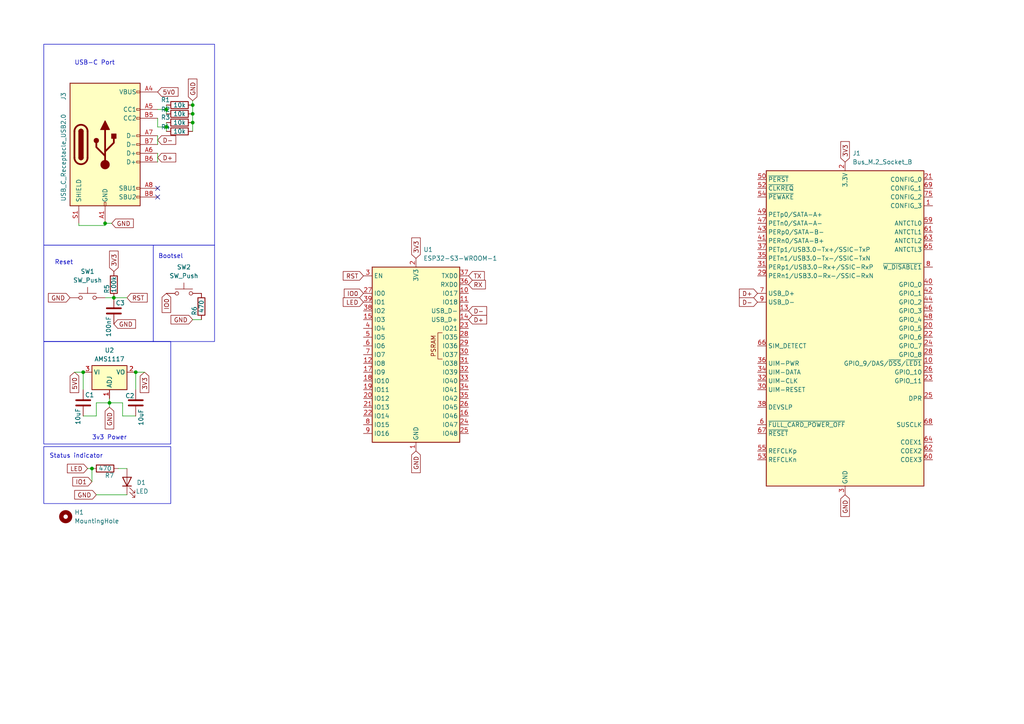
<source format=kicad_sch>
(kicad_sch (version 20250114) (generator "eeschema") (generator_version "9.0")
  (paper "A4")
  (title_block (title "3042 NGFF ESP32-S3 Module") (date "2025-03-16"))
  (lib_symbols
    (symbol "Connector:Bus_M.2_Socket_B"
      (property "Reference" "J" (at -22.86 46.99 0))
      (property "Value" "Bus_M.2_Socket_B" (at 16.51 46.99 0))
      (symbol "Bus_M.2_Socket_B_0_1"
        (rectangle (start -22.86 45.72) (end 22.86 -45.72) (stroke (width 0.254)) (fill (type background)))
      )
      (symbol "Bus_M.2_Socket_B_1_1"
        (pin output line (at -25.4 43.18 0) (length 2.54) (name "~{PERST}") (number "50"))
        (pin bidirectional line (at -25.4 40.64 0) (length 2.54) (name "~{CLKREQ}") (number "52"))
        (pin bidirectional line (at -25.4 38.1 0) (length 2.54) (name "~{PEWAKE}") (number "54"))
        (pin output line (at -25.4 33.02 0) (length 2.54) (name "PETp0/SATA-A+") (number "49"))
        (pin output line (at -25.4 30.48 0) (length 2.54) (name "PETn0/SATA-A-") (number "47"))
        (pin input line (at -25.4 27.94 0) (length 2.54) (name "PERp0/SATA-B-") (number "43"))
        (pin input line (at -25.4 25.4 0) (length 2.54) (name "PERn0/SATA-B+") (number "41"))
        (pin output line (at -25.4 22.86 0) (length 2.54) (name "PETp1/USB3.0-Tx+/SSIC-TxP") (number "37"))
        (pin output line (at -25.4 20.32 0) (length 2.54) (name "PETn1/USB3.0-Tx-/SSIC-TxN") (number "35"))
        (pin input line (at -25.4 17.78 0) (length 2.54) (name "PERp1/USB3.0-Rx+/SSIC-RxP") (number "31"))
        (pin input line (at -25.4 15.24 0) (length 2.54) (name "PERn1/USB3.0-Rx-/SSIC-RxN") (number "29"))
        (pin bidirectional line (at -25.4 10.16 0) (length 2.54) (name "USB_D+") (number "7"))
        (pin bidirectional line (at -25.4 7.62 0) (length 2.54) (name "USB_D-") (number "9"))
        (pin output line (at -25.4 -5.08 0) (length 2.54) (name "SIM_DETECT") (number "66"))
        (pin input line (at -25.4 -10.16 0) (length 2.54) (name "UIM-PWR") (number "36"))
        (pin bidirectional line (at -25.4 -12.7 0) (length 2.54) (name "UIM-DATA") (number "34"))
        (pin input line (at -25.4 -15.24 0) (length 2.54) (name "UIM-CLK") (number "32"))
        (pin input line (at -25.4 -17.78 0) (length 2.54) (name "UIM-RESET") (number "30"))
        (pin output line (at -25.4 -22.86 0) (length 2.54) (name "DEVSLP") (number "38"))
        (pin output line (at -25.4 -27.94 0) (length 2.54) (name "~{FULL_CARD_POWER_OFF}") (number "6"))
        (pin output line (at -25.4 -30.48 0) (length 2.54) (name "~{RESET}") (number "67"))
        (pin output line (at -25.4 -35.56 0) (length 2.54) (name "REFCLKp") (number "55"))
        (pin output line (at -25.4 -38.1 0) (length 2.54) (name "REFCLKn") (number "53"))
        (pin power_in line (at 0 48.26 270) (length 2.54) (name "3.3V") (number "2"))
        (pin passive line (at 0 48.26 270) (length 2.54) (hide yes) (name "3.3V") (number "4"))
        (pin passive line (at 0 48.26 270) (length 2.54) (hide yes) (name "3.3V") (number "70"))
        (pin passive line (at 0 48.26 270) (length 2.54) (hide yes) (name "3.3V") (number "72"))
        (pin passive line (at 0 48.26 270) (length 2.54) (hide yes) (name "3.3V") (number "74"))
        (pin passive line (at 0 -48.26 90) (length 2.54) (hide yes) (name "GND") (number "11"))
        (pin passive line (at 0 -48.26 90) (length 2.54) (hide yes) (name "GND") (number "27"))
        (pin power_in line (at 0 -48.26 90) (length 2.54) (name "GND") (number "3"))
        (pin passive line (at 0 -48.26 90) (length 2.54) (hide yes) (name "GND") (number "33"))
        (pin passive line (at 0 -48.26 90) (length 2.54) (hide yes) (name "GND") (number "39"))
        (pin passive line (at 0 -48.26 90) (length 2.54) (hide yes) (name "GND") (number "45"))
        (pin passive line (at 0 -48.26 90) (length 2.54) (hide yes) (name "GND") (number "5"))
        (pin passive line (at 0 -48.26 90) (length 2.54) (hide yes) (name "GND") (number "51"))
        (pin passive line (at 0 -48.26 90) (length 2.54) (hide yes) (name "GND") (number "57"))
        (pin passive line (at 0 -48.26 90) (length 2.54) (hide yes) (name "GND") (number "71"))
        (pin passive line (at 0 -48.26 90) (length 2.54) (hide yes) (name "GND") (number "73"))
        (pin no_connect line (at 22.86 -40.64 180) (length 2.54) (hide yes) (name "NC") (number "58"))
        (pin no_connect line (at 22.86 -43.18 180) (length 2.54) (hide yes) (name "NC") (number "56"))
        (pin input line (at 25.4 43.18 180) (length 2.54) (name "CONFIG_0") (number "21"))
        (pin input line (at 25.4 40.64 180) (length 2.54) (name "CONFIG_1") (number "69"))
        (pin input line (at 25.4 38.1 180) (length 2.54) (name "CONFIG_2") (number "75"))
        (pin input line (at 25.4 35.56 180) (length 2.54) (name "CONFIG_3") (number "1"))
        (pin input line (at 25.4 30.48 180) (length 2.54) (name "ANTCTL0") (number "59"))
        (pin input line (at 25.4 27.94 180) (length 2.54) (name "ANTCTL1") (number "61"))
        (pin input line (at 25.4 25.4 180) (length 2.54) (name "ANTCTL2") (number "63"))
        (pin input line (at 25.4 22.86 180) (length 2.54) (name "ANTCTL3") (number "65"))
        (pin output line (at 25.4 17.78 180) (length 2.54) (name "~{W_DISABLE1}") (number "8"))
        (pin bidirectional line (at 25.4 12.7 180) (length 2.54) (name "GPIO_0") (number "40"))
        (pin bidirectional line (at 25.4 10.16 180) (length 2.54) (name "GPIO_1") (number "42"))
        (pin bidirectional line (at 25.4 7.62 180) (length 2.54) (name "GPIO_2") (number "44"))
        (pin bidirectional line (at 25.4 5.08 180) (length 2.54) (name "GPIO_3") (number "46"))
        (pin bidirectional line (at 25.4 2.54 180) (length 2.54) (name "GPIO_4") (number "48"))
        (pin bidirectional line (at 25.4 0 180) (length 2.54) (name "GPIO_5") (number "20"))
        (pin bidirectional line (at 25.4 -2.54 180) (length 2.54) (name "GPIO_6") (number "22"))
        (pin bidirectional line (at 25.4 -5.08 180) (length 2.54) (name "GPIO_7") (number "24"))
        (pin bidirectional line (at 25.4 -7.62 180) (length 2.54) (name "GPIO_8") (number "28"))
        (pin bidirectional line (at 25.4 -10.16 180) (length 2.54) (name "GPIO_9/DAS/~{DSS}/~{LED1}") (number "10"))
        (pin bidirectional line (at 25.4 -12.7 180) (length 2.54) (name "GPIO_10") (number "26"))
        (pin bidirectional line (at 25.4 -15.24 180) (length 2.54) (name "GPIO_11") (number "23"))
        (pin output line (at 25.4 -20.32 180) (length 2.54) (name "DPR") (number "25"))
        (pin output line (at 25.4 -27.94 180) (length 2.54) (name "SUSCLK") (number "68"))
        (pin bidirectional line (at 25.4 -33.02 180) (length 2.54) (name "COEX1") (number "64"))
        (pin bidirectional line (at 25.4 -35.56 180) (length 2.54) (name "COEX2") (number "62"))
        (pin bidirectional line (at 25.4 -38.1 180) (length 2.54) (name "COEX3") (number "60"))
      )
    )
    (symbol "Connector:USB_C_Receptacle_USB2.0" (pin_names (offset 1.016))
      (property "Reference" "J" (at -10.16 19.05 0))
      (property "Value" "USB_C_Receptacle_USB2.0" (at 19.05 19.05 0))
      (symbol "USB_C_Receptacle_USB2.0_0_0"
        (rectangle (start -0.254 -17.78) (end 0.254 -16.764))
        (rectangle (start 10.16 15.494) (end 9.144 14.986))
        (rectangle (start 10.16 10.414) (end 9.144 9.906))
        (rectangle (start 10.16 7.874) (end 9.144 7.366))
        (rectangle (start 10.16 2.794) (end 9.144 2.286))
        (rectangle (start 10.16 0.254) (end 9.144 -0.254))
        (rectangle (start 10.16 -2.286) (end 9.144 -2.794))
        (rectangle (start 10.16 -4.826) (end 9.144 -5.334))
        (rectangle (start 10.16 -12.446) (end 9.144 -12.954))
        (rectangle (start 10.16 -14.986) (end 9.144 -15.494))
      )
      (symbol "USB_C_Receptacle_USB2.0_0_1"
        (rectangle (start -10.16 17.78) (end 10.16 -17.78) (stroke (width 0.254)) (fill (type background)))
        (polyline (pts (xy -8.89 -3.81) (xy -8.89 3.81)) (stroke (width 0.508)))
        (rectangle (start -7.62 -3.81) (end -6.35 3.81) (stroke (width 0.254)) (fill (type outline)))
        (arc (start -7.62 3.81) (mid -6.985 4.4423) (end -6.35 3.81) (stroke (width 0.254)))
        (arc (start -7.62 3.81) (mid -6.985 4.4423) (end -6.35 3.81) (stroke (width 0.254)) (fill (type outline)))
        (arc (start -8.89 3.81) (mid -6.985 5.7067) (end -5.08 3.81) (stroke (width 0.508)))
        (arc (start -5.08 -3.81) (mid -6.985 -5.7067) (end -8.89 -3.81) (stroke (width 0.508)))
        (arc (start -6.35 -3.81) (mid -6.985 -4.4423) (end -7.62 -3.81) (stroke (width 0.254)))
        (arc (start -6.35 -3.81) (mid -6.985 -4.4423) (end -7.62 -3.81) (stroke (width 0.254)) (fill (type outline)))
        (polyline (pts (xy -5.08 3.81) (xy -5.08 -3.81)) (stroke (width 0.508)))
        (circle (center -2.54 1.143) (radius 0.635) (stroke (width 0.254)) (fill (type outline)))
        (polyline (pts (xy -1.27 4.318) (xy 0 6.858) (xy 1.27 4.318) (xy -1.27 4.318)) (stroke (width 0.254)) (fill (type outline)))
        (polyline (pts (xy 0 -2.032) (xy 2.54 0.508) (xy 2.54 1.778)) (stroke (width 0.508)))
        (polyline (pts (xy 0 -3.302) (xy -2.54 -0.762) (xy -2.54 0.508)) (stroke (width 0.508)))
        (polyline (pts (xy 0 -5.842) (xy 0 4.318)) (stroke (width 0.508)))
        (circle (center 0 -5.842) (radius 1.27) (fill (type outline)))
        (rectangle (start 1.905 1.778) (end 3.175 3.048) (stroke (width 0.254)) (fill (type outline)))
      )
      (symbol "USB_C_Receptacle_USB2.0_1_1"
        (pin passive line (at -7.62 -22.86 90) (length 5.08) (name "SHIELD") (number "S1"))
        (pin passive line (at 0 -22.86 90) (length 5.08) (name "GND") (number "A1"))
        (pin passive line (at 0 -22.86 90) (length 5.08) (hide yes) (name "GND") (number "A12"))
        (pin passive line (at 0 -22.86 90) (length 5.08) (hide yes) (name "GND") (number "B1"))
        (pin passive line (at 0 -22.86 90) (length 5.08) (hide yes) (name "GND") (number "B12"))
        (pin passive line (at 15.24 15.24 180) (length 5.08) (name "VBUS") (number "A4"))
        (pin passive line (at 15.24 15.24 180) (length 5.08) (hide yes) (name "VBUS") (number "A9"))
        (pin passive line (at 15.24 15.24 180) (length 5.08) (hide yes) (name "VBUS") (number "B4"))
        (pin passive line (at 15.24 15.24 180) (length 5.08) (hide yes) (name "VBUS") (number "B9"))
        (pin bidirectional line (at 15.24 10.16 180) (length 5.08) (name "CC1") (number "A5"))
        (pin bidirectional line (at 15.24 7.62 180) (length 5.08) (name "CC2") (number "B5"))
        (pin bidirectional line (at 15.24 2.54 180) (length 5.08) (name "D-") (number "A7"))
        (pin bidirectional line (at 15.24 0 180) (length 5.08) (name "D-") (number "B7"))
        (pin bidirectional line (at 15.24 -2.54 180) (length 5.08) (name "D+") (number "A6"))
        (pin bidirectional line (at 15.24 -5.08 180) (length 5.08) (name "D+") (number "B6"))
        (pin bidirectional line (at 15.24 -12.7 180) (length 5.08) (name "SBU1") (number "A8"))
        (pin bidirectional line (at 15.24 -15.24 180) (length 5.08) (name "SBU2") (number "B8"))
      )
    )
    (symbol "Device:C" (pin_numbers (hide yes)) (pin_names (offset 0.254))
      (property "Reference" "C" (at 0.635 2.54 0))
      (property "Value" "C" (at 0.635 -2.54 0))
      (symbol "C_0_1"
        (polyline (pts (xy -2.032 0.762) (xy 2.032 0.762)) (stroke (width 0.508)))
        (polyline (pts (xy -2.032 -0.762) (xy 2.032 -0.762)) (stroke (width 0.508)))
      )
      (symbol "C_1_1"
        (pin passive line (at 0 3.81 270) (length 2.794) (name "~") (number "1"))
        (pin passive line (at 0 -3.81 90) (length 2.794) (name "~") (number "2"))
      )
    )
    (symbol "Device:LED" (pin_numbers (hide yes)) (pin_names (offset 1.016) (hide yes))
      (property "Reference" "D" (at 0 2.54 0))
      (property "Value" "LED" (at 0 -2.54 0))
      (symbol "LED_0_1"
        (polyline (pts (xy -3.048 -0.762) (xy -4.572 -2.286) (xy -3.81 -2.286) (xy -4.572 -2.286) (xy -4.572 -1.524)))
        (polyline (pts (xy -1.778 -0.762) (xy -3.302 -2.286) (xy -2.54 -2.286) (xy -3.302 -2.286) (xy -3.302 -1.524)))
        (polyline (pts (xy -1.27 0) (xy 1.27 0)))
        (polyline (pts (xy -1.27 -1.27) (xy -1.27 1.27)) (stroke (width 0.254)))
        (polyline (pts (xy 1.27 -1.27) (xy 1.27 1.27) (xy -1.27 0) (xy 1.27 -1.27)) (stroke (width 0.254)))
      )
      (symbol "LED_1_1"
        (pin passive line (at -3.81 0 0) (length 2.54) (name "K") (number "1"))
        (pin passive line (at 3.81 0 180) (length 2.54) (name "A") (number "2"))
      )
    )
    (symbol "Device:R" (pin_numbers (hide yes)) (pin_names (offset 0))
      (property "Reference" "R" (at 2.032 0 90))
      (property "Value" "R" (at 0 0 90))
      (symbol "R_0_1"
        (rectangle (start -1.016 -2.54) (end 1.016 2.54) (stroke (width 0.254)))
      )
      (symbol "R_1_1"
        (pin passive line (at 0 3.81 270) (length 1.27) (name "~") (number "1"))
        (pin passive line (at 0 -3.81 90) (length 1.27) (name "~") (number "2"))
      )
    )
    (symbol "Mechanical:MountingHole" (pin_names (offset 1.016)) (exclude_from_sim yes) (in_bom no)
      (property "Reference" "H" (at 0 5.08 0))
      (property "Value" "MountingHole" (at 0 3.175 0))
      (symbol "MountingHole_0_1"
        (circle (center 0 0) (radius 1.27) (stroke (width 1.27)))
      )
    )
    (symbol "RF_Module:ESP32-S3-WROOM-1"
      (property "Reference" "U1" (at 2.1433 30.48 0))
      (property "Value" "ESP32-S3-WROOM-1" (at 2.1433 27.94 0))
      (symbol "ESP32-S3-WROOM-1_0_0"
        (rectangle (start -12.7 25.4) (end 12.7 -25.4) (stroke (width 0.254)) (fill (type background)))
        (text "PSRAM" (at 5.08 2.54 900) (effects (font (size 1.27 1.27))))
      )
      (symbol "ESP32-S3-WROOM-1_0_1"
        (polyline (pts (xy 7.62 -1.27) (xy 6.35 -1.27) (xy 6.35 6.35) (xy 7.62 6.35)))
      )
      (symbol "ESP32-S3-WROOM-1_1_1"
        (pin input line (at -15.24 22.86 0) (length 2.54) (name "EN") (number "3"))
        (pin bidirectional line (at -15.24 17.78 0) (length 2.54) (name "IO0") (number "27"))
        (pin bidirectional line (at -15.24 15.24 0) (length 2.54) (name "IO1") (number "39"))
        (pin bidirectional line (at -15.24 12.7 0) (length 2.54) (name "IO2") (number "38"))
        (pin bidirectional line (at -15.24 10.16 0) (length 2.54) (name "IO3") (number "15"))
        (pin bidirectional line (at -15.24 7.62 0) (length 2.54) (name "IO4") (number "4"))
        (pin bidirectional line (at -15.24 5.08 0) (length 2.54) (name "IO5") (number "5"))
        (pin bidirectional line (at -15.24 2.54 0) (length 2.54) (name "IO6") (number "6"))
        (pin bidirectional line (at -15.24 0 0) (length 2.54) (name "IO7") (number "7"))
        (pin bidirectional line (at -15.24 -2.54 0) (length 2.54) (name "IO8") (number "12"))
        (pin bidirectional line (at -15.24 -5.08 0) (length 2.54) (name "IO9") (number "17"))
        (pin bidirectional line (at -15.24 -7.62 0) (length 2.54) (name "IO10") (number "18"))
        (pin bidirectional line (at -15.24 -10.16 0) (length 2.54) (name "IO11") (number "19"))
        (pin bidirectional line (at -15.24 -12.7 0) (length 2.54) (name "IO12") (number "20"))
        (pin bidirectional line (at -15.24 -15.24 0) (length 2.54) (name "IO13") (number "21"))
        (pin bidirectional line (at -15.24 -17.78 0) (length 2.54) (name "IO14") (number "22"))
        (pin bidirectional line (at -15.24 -20.32 0) (length 2.54) (name "IO15") (number "8"))
        (pin bidirectional line (at -15.24 -22.86 0) (length 2.54) (name "IO16") (number "9"))
        (pin power_in line (at 0 27.94 270) (length 2.54) (name "3V3") (number "2"))
        (pin power_in line (at 0 -27.94 90) (length 2.54) (name "GND") (number "1"))
        (pin passive line (at 0 -27.94 90) (length 2.54) (hide yes) (name "GND") (number "40"))
        (pin bidirectional line (at 15.24 22.86 180) (length 2.54) (name "TXD0") (number "37"))
        (pin bidirectional line (at 15.24 20.32 180) (length 2.54) (name "RXD0") (number "36"))
        (pin bidirectional line (at 15.24 17.78 180) (length 2.54) (name "IO17") (number "10"))
        (pin bidirectional line (at 15.24 15.24 180) (length 2.54) (name "IO18") (number "11"))
        (pin bidirectional line (at 15.24 12.7 180) (length 2.54) (name "USB_D-") (number "13"))
        (pin bidirectional line (at 15.24 10.16 180) (length 2.54) (name "USB_D+") (number "14"))
        (pin bidirectional line (at 15.24 7.62 180) (length 2.54) (name "IO21") (number "23"))
        (pin bidirectional line (at 15.24 5.08 180) (length 2.54) (name "IO35") (number "28"))
        (pin bidirectional line (at 15.24 2.54 180) (length 2.54) (name "IO36") (number "29"))
        (pin bidirectional line (at 15.24 0 180) (length 2.54) (name "IO37") (number "30"))
        (pin bidirectional line (at 15.24 -2.54 180) (length 2.54) (name "IO38") (number "31"))
        (pin bidirectional line (at 15.24 -5.08 180) (length 2.54) (name "IO39") (number "32"))
        (pin bidirectional line (at 15.24 -7.62 180) (length 2.54) (name "IO40") (number "33"))
        (pin bidirectional line (at 15.24 -10.16 180) (length 2.54) (name "IO41") (number "34"))
        (pin bidirectional line (at 15.24 -12.7 180) (length 2.54) (name "IO42") (number "35"))
        (pin bidirectional line (at 15.24 -15.24 180) (length 2.54) (name "IO45") (number "26"))
        (pin bidirectional line (at 15.24 -17.78 180) (length 2.54) (name "IO46") (number "16"))
        (pin bidirectional line (at 15.24 -20.32 180) (length 2.54) (name "IO47") (number "24"))
        (pin bidirectional line (at 15.24 -22.86 180) (length 2.54) (name "IO48") (number "25"))
      )
    )
    (symbol "Regulator_Linear:AMS1117"
      (property "Reference" "U" (at -3.81 3.175 0))
      (property "Value" "AMS1117" (at 0 3.175 0))
      (symbol "AMS1117_0_1"
        (rectangle (start -5.08 -5.08) (end 5.08 1.905) (stroke (width 0.254)) (fill (type background)))
      )
      (symbol "AMS1117_1_1"
        (pin power_in line (at -7.62 0 0) (length 2.54) (name "VI") (number "3"))
        (pin input line (at 0 -7.62 90) (length 2.54) (name "ADJ") (number "1"))
        (pin power_out line (at 7.62 0 180) (length 2.54) (name "VO") (number "2"))
      )
    )
    (symbol "Switch:SW_Push" (pin_numbers (hide yes)) (pin_names (offset 1.016) (hide yes))
      (property "Reference" "SW" (at 1.27 2.54 0))
      (property "Value" "SW_Push" (at 0 -1.524 0))
      (symbol "SW_Push_0_1"
        (circle (center -2.032 0) (radius 0.508))
        (polyline (pts (xy 0 1.27) (xy 0 3.048)))
        (circle (center 2.032 0) (radius 0.508))
        (polyline (pts (xy 2.54 1.27) (xy -2.54 1.27)))
        (pin passive line (at -5.08 0 0) (length 2.54) (name "1") (number "1"))
        (pin passive line (at 5.08 0 180) (length 2.54) (name "2") (number "2"))
      )
    )
  )
  (rectangle (start 12.7 99.06) (end 49.53 128.778))
  (rectangle (start 44.45 71.12) (end 62.23 99.06))
  (rectangle (start 12.7 12.827) (end 62.23 71.12))
  (rectangle (start 12.7 71.12) (end 44.45 99.06))
  (rectangle (start 12.7 129.54) (end 49.53 146.05))
  (text "Reset" (at 18.542 76.2 0) (effects (font (size 1.27 1.27))))
  (text "3v3 Power" (at 31.75 127 0) (effects (font (size 1.27 1.27))))
  (text "Bootsel" (at 49.53 74.422 0) (effects (font (size 1.27 1.27))))
  (text "Status indicator" (at 22.098 132.334 0) (effects (font (size 1.27 1.27))))
  (text "USB-C Port" (at 21.59 19.05 0) (effects (font (size 1.27 1.27)) (justify left bottom)))
  (junction (at 33.02 86.36))
  (junction (at 30.48 64.77))
  (junction (at 55.88 33.02))
  (junction (at 48.26 36.83))
  (junction (at 39.37 107.95))
  (junction (at 48.26 31.75))
  (junction (at 26.67 135.89))
  (junction (at 24.13 107.95))
  (junction (at 55.88 30.48))
  (junction (at 55.88 35.56))
  (junction (at 31.75 116.84))
  (no_connect (at 45.72 54.61))
  (no_connect (at 45.72 57.15))
  (wire (pts (xy 22.86 65.405) (xy 22.86 64.77)))
  (wire (pts (xy 55.88 29.21) (xy 55.88 30.48)))
  (wire (pts (xy 22.86 65.405) (xy 30.48 65.405)))
  (wire (pts (xy 48.26 31.75) (xy 48.26 33.02)))
  (wire (pts (xy 33.02 86.36) (xy 36.83 86.36)))
  (wire (pts (xy 30.48 64.77) (xy 30.48 65.405)))
  (wire (pts (xy 55.88 35.56) (xy 55.88 38.1)))
  (wire (pts (xy 45.72 44.45) (xy 45.72 46.99)))
  (wire (pts (xy 35.56 120.65) (xy 35.56 116.84)))
  (wire (pts (xy 55.88 33.02) (xy 55.88 35.56)))
  (wire (pts (xy 27.94 120.65) (xy 27.94 116.84)))
  (wire (pts (xy 27.94 143.51) (xy 36.83 143.51)))
  (wire (pts (xy 24.13 120.65) (xy 27.94 120.65)))
  (wire (pts (xy 24.13 107.95) (xy 24.13 113.03)))
  (wire (pts (xy 45.72 36.83) (xy 48.26 36.83)))
  (wire (pts (xy 30.48 64.77) (xy 32.385 64.77)))
  (wire (pts (xy 45.72 31.75) (xy 48.26 31.75)))
  (wire (pts (xy 55.88 92.71) (xy 58.42 92.71)))
  (wire (pts (xy 48.26 35.56) (xy 48.26 36.83)))
  (wire (pts (xy 48.26 36.83) (xy 48.26 38.1)))
  (wire (pts (xy 45.72 34.29) (xy 45.72 36.83)))
  (wire (pts (xy 27.94 116.84) (xy 31.75 116.84)))
  (wire (pts (xy 25.4 135.89) (xy 26.67 135.89)))
  (wire (pts (xy 21.59 107.95) (xy 24.13 107.95)))
  (wire (pts (xy 39.37 107.95) (xy 41.91 107.95)))
  (wire (pts (xy 55.88 30.48) (xy 55.88 33.02)))
  (wire (pts (xy 30.48 86.36) (xy 33.02 86.36)))
  (wire (pts (xy 31.75 116.84) (xy 35.56 116.84)))
  (wire (pts (xy 48.26 31.75) (xy 48.26 30.48)))
  (wire (pts (xy 31.75 116.84) (xy 31.75 118.11)))
  (wire (pts (xy 39.37 120.65) (xy 35.56 120.65)))
  (wire (pts (xy 45.72 39.37) (xy 45.72 41.91)))
  (wire (pts (xy 31.75 115.57) (xy 31.75 116.84)))
  (wire (pts (xy 26.67 135.89) (xy 26.67 139.7)))
  (wire (pts (xy 39.37 113.03) (xy 39.37 107.95)))
  (wire (pts (xy 34.29 135.89) (xy 36.83 135.89)))
  (global_label "D+" (shape input) (at 219.71 85.09 180) (property "Intersheetrefs" "${INTERSHEET_REFS}" (effects (hide yes))))
  (global_label "RX" (shape input) (at 135.89 82.55 0) (property "Intersheetrefs" "${INTERSHEET_REFS}" (effects (hide yes))))
  (global_label "D-" (shape input) (at 135.89 90.17 0) (property "Intersheetrefs" "${INTERSHEET_REFS}" (effects (hide yes))))
  (global_label "IO0" (shape input) (at 105.41 85.09 180) (property "Intersheetrefs" "${INTERSHEET_REFS}" (effects (hide yes))))
  (global_label "RST" (shape input) (at 105.41 80.01 180) (property "Intersheetrefs" "${INTERSHEET_REFS}" (effects (hide yes))))
  (global_label "D+" (shape input) (at 135.89 92.71 0) (property "Intersheetrefs" "${INTERSHEET_REFS}" (effects (hide yes))))
  (global_label "RST" (shape input) (at 36.83 86.36 0) (property "Intersheetrefs" "${INTERSHEET_REFS}" (effects (hide yes))))
  (global_label "GND" (shape input) (at 245.11 143.51 270) (property "Intersheetrefs" "${INTERSHEET_REFS}" (effects (hide yes))))
  (global_label "TX" (shape input) (at 135.89 80.01 0) (property "Intersheetrefs" "${INTERSHEET_REFS}" (effects (hide yes))))
  (global_label "GND" (shape input) (at 27.94 143.51 180) (property "Intersheetrefs" "${INTERSHEET_REFS}" (effects (hide yes))))
  (global_label "5V0" (shape input) (at 21.59 107.95 270) (property "Intersheetrefs" "${INTERSHEET_REFS}" (effects (hide yes))))
  (global_label "GND" (shape input) (at 32.385 64.77 0) (property "Intersheetrefs" "${INTERSHEET_REFS}" (effects (hide yes))))
  (global_label "GND" (shape input) (at 33.02 93.98 0) (property "Intersheetrefs" "${INTERSHEET_REFS}" (effects (hide yes))))
  (global_label "GND" (shape input) (at 31.75 118.11 270) (property "Intersheetrefs" "${INTERSHEET_REFS}" (effects (hide yes))))
  (global_label "GND" (shape input) (at 120.65 130.81 270) (property "Intersheetrefs" "${INTERSHEET_REFS}" (effects (hide yes))))
  (global_label "GND" (shape input) (at 55.88 92.71 180) (property "Intersheetrefs" "${INTERSHEET_REFS}" (effects (hide yes))))
  (global_label "3V3" (shape input) (at 120.65 74.93 90) (property "Intersheetrefs" "${INTERSHEET_REFS}" (effects (hide yes))))
  (global_label "GND" (shape input) (at 55.88 29.21 90) (property "Intersheetrefs" "${INTERSHEET_REFS}" (effects (hide yes))))
  (global_label "D+" (shape input) (at 45.72 45.72 0) (property "Intersheetrefs" "${INTERSHEET_REFS}" (effects (hide yes))))
  (global_label "LED" (shape input) (at 25.4 135.89 180) (property "Intersheetrefs" "${INTERSHEET_REFS}" (effects (hide yes))))
  (global_label "GND" (shape input) (at 20.32 86.36 180) (property "Intersheetrefs" "${INTERSHEET_REFS}" (effects (hide yes))))
  (global_label "3V3" (shape input) (at 245.11 46.99 90) (property "Intersheetrefs" "${INTERSHEET_REFS}" (effects (hide yes))))
  (global_label "D-" (shape input) (at 45.72 40.64 0) (property "Intersheetrefs" "${INTERSHEET_REFS}" (effects (hide yes))))
  (global_label "D-" (shape input) (at 219.71 87.63 180) (property "Intersheetrefs" "${INTERSHEET_REFS}" (effects (hide yes))))
  (global_label "3V3" (shape input) (at 33.02 78.74 90) (property "Intersheetrefs" "${INTERSHEET_REFS}" (effects (hide yes))))
  (global_label "5V0" (shape input) (at 45.72 26.67 0) (property "Intersheetrefs" "${INTERSHEET_REFS}" (effects (hide yes))))
  (global_label "3V3" (shape input) (at 41.91 107.95 270) (property "Intersheetrefs" "${INTERSHEET_REFS}" (effects (hide yes))))
  (global_label "LED" (shape input) (at 105.41 87.63 180) (property "Intersheetrefs" "${INTERSHEET_REFS}" (effects (hide yes))))
  (global_label "IO0" (shape input) (at 48.26 85.09 270) (property "Intersheetrefs" "${INTERSHEET_REFS}" (effects (hide yes))))
  (global_label "IO1" (shape input) (at 26.67 139.7 180) (property "Intersheetrefs" "${INTERSHEET_REFS}" (effects (hide yes))))
  (symbol (lib_id "Device:R") (at 33.02 82.55 180) (unit 1)
    (property "Reference" "R5" (at 30.988 83.82 90))
    (property "Value" "100k" (at 33.02 82.55 90))
    (property "Footprint" "Resistor_SMD:R_0805_2012Metric_Pad1.20x1.40mm_HandSolder" (effects (hide yes)))
  )
  (symbol (lib_id "Device:R") (at 58.42 88.9 180) (unit 1)
    (property "Reference" "R6" (at 56.388 90.17 90))
    (property "Value" "470" (at 58.42 88.9 90))
    (property "Footprint" "Resistor_SMD:R_0805_2012Metric_Pad1.20x1.40mm_HandSolder" (effects (hide yes)))
  )
  (symbol (lib_id "Device:C") (at 33.02 90.17 0) (mirror y) (unit 1)
    (property "Reference" "C3" (at 33.528 87.884 0) (effects (justify right)))
    (property "Value" "100nF" (at 31.496 91.694 90) (effects (justify right)))
    (property "Footprint" "Capacitor_SMD:C_0805_2012Metric_Pad1.18x1.45mm_HandSolder" (effects (hide yes)))
    (property "Description" "Unpolarized capacitor" (effects (hide yes)))
  )
  (symbol (lib_id "Device:R") (at 30.48 135.89 270) (unit 1)
    (property "Reference" "R7" (at 31.75 137.922 90))
    (property "Value" "470" (at 30.48 135.89 90))
    (property "Footprint" "Resistor_SMD:R_0805_2012Metric_Pad1.20x1.40mm_HandSolder" (effects (hide yes)))
  )
  (symbol (lib_id "Device:R") (at 52.07 35.56 90) (unit 1)
    (property "Reference" "R3" (at 48.006 34.036 90))
    (property "Value" "10k" (at 52.07 35.56 90))
    (property "Footprint" "Resistor_SMD:R_0805_2012Metric_Pad1.20x1.40mm_HandSolder" (effects (hide yes)))
  )
  (symbol (lib_id "Device:R") (at 52.07 30.48 90) (unit 1)
    (property "Reference" "R1" (at 48.006 28.956 90))
    (property "Value" "10k" (at 52.07 30.48 90))
    (property "Footprint" "Resistor_SMD:R_0805_2012Metric_Pad1.20x1.40mm_HandSolder" (effects (hide yes)))
  )
  (symbol (lib_id "Device:R") (at 52.07 38.1 90) (unit 1)
    (property "Reference" "R4" (at 48.006 36.83 90))
    (property "Value" "10k" (at 52.07 38.1 90))
    (property "Footprint" "Resistor_SMD:R_0805_2012Metric_Pad1.20x1.40mm_HandSolder" (effects (hide yes)))
  )
  (symbol (lib_id "Switch:SW_Push") (at 25.4 86.36 0) (unit 1)
    (property "Reference" "SW1" (at 25.4 78.74 0))
    (property "Value" "SW_Push" (at 25.4 81.28 0))
    (property "Footprint" "Button_Switch_SMD:SW_Push_1P1T_NO_CK_KMR2" (effects (hide yes)))
    (property "Description" "Push button switch, generic, two pins" (effects (hide yes)))
  )
  (symbol (lib_id "Device:LED") (at 36.83 139.7 90) (unit 1)
    (property "Reference" "D1" (at 39.624 139.954 90) (effects (justify right)))
    (property "Value" "LED" (at 39.37 142.494 90) (effects (justify right)))
    (property "Footprint" "LED_SMD:LED_1206_3216Metric_Pad1.42x1.75mm_HandSolder" (effects (hide yes)))
    (property "Description" "Light emitting diode" (effects (hide yes)))
  )
  (symbol (lib_id "Device:R") (at 52.07 33.02 90) (unit 1)
    (property "Reference" "R2" (at 48.006 31.75 90))
    (property "Value" "10k" (at 52.07 33.02 90))
    (property "Footprint" "Resistor_SMD:R_0805_2012Metric_Pad1.20x1.40mm_HandSolder" (effects (hide yes)))
  )
  (symbol (lib_id "Connector:USB_C_Receptacle_USB2.0") (at 30.48 41.91 0) (unit 1)
    (property "Reference" "J3" (at 18.415 27.94 90))
    (property "Value" "USB_C_Receptacle_USB2.0" (at 18.415 45.72 90))
    (property "Footprint" "Connector_USB:USB_C_Receptacle_G-Switch_GT-USB-7010ASV" (effects (hide yes)))
    (property "Datasheet" "https://www.usb.org/sites/default/files/documents/usb_type-c.zip" (effects (hide yes)))
  )
  (symbol (lib_id "RF_Module:ESP32-S3-WROOM-1") (at 120.65 102.87 0) (unit 1)
    (property "Reference" "U1" (at 122.7933 72.39 0) (effects (justify left)))
    (property "Value" "ESP32-S3-WROOM-1" (at 122.7933 74.93 0) (effects (justify left)))
    (property "Footprint" "RF_Module:ESP32-S3-WROOM-1" (effects (hide yes)))
    (property "Datasheet" "https://www.espressif.com/sites/default/files/documentation/esp32-s3-wroom-1_wroom-1u_datasheet_en.pdf" (effects (hide yes)))
    (property "Description" "RF Module, ESP32-S3 SoC, Wi-Fi 802.11b/g/n, Bluetooth, BLE, 32-bit, 3.3V, onboard antenna, SMD" (effects (hide yes)))
  )
  (symbol (lib_id "Mechanical:MountingHole") (at 19.05 149.86 90) (unit 1) (exclude_from_sim yes) (in_bom no)
    (property "Reference" "H1" (at 21.59 148.5899 90) (effects (justify right)))
    (property "Value" "MountingHole" (at 21.59 151.1299 90) (effects (justify right)))
    (property "Footprint" "m2ngff:m2-outer2230" (effects (hide yes)))
    (property "Description" "Mounting Hole without connection" (effects (hide yes)))
  )
  (symbol (lib_id "Switch:SW_Push") (at 53.34 85.09 0) (unit 1)
    (property "Reference" "SW2" (at 53.34 77.47 0))
    (property "Value" "SW_Push" (at 53.34 80.01 0))
    (property "Footprint" "Button_Switch_SMD:SW_Push_1P1T_NO_CK_KMR2" (effects (hide yes)))
    (property "Description" "Push button switch, generic, two pins" (effects (hide yes)))
  )
  (symbol (lib_id "Regulator_Linear:AMS1117") (at 31.75 107.95 0) (unit 1)
    (property "Reference" "U2" (at 31.75 101.6 0))
    (property "Value" "AMS1117" (at 31.75 104.14 0))
    (property "Footprint" "Package_TO_SOT_SMD:SOT-223" (effects (hide yes)))
    (property "Datasheet" "http://www.advanced-monolithic.com/pdf/ds1117.pdf" (effects (hide yes)))
    (property "Description" "1A Low Dropout regulator, positive, adjustable output, SOT-223" (effects (hide yes)))
  )
  (symbol (lib_id "Connector:Bus_M.2_Socket_B") (at 245.11 95.25 0) (unit 1)
    (property "Reference" "J1" (at 247.2533 44.45 0) (effects (justify left)))
    (property "Value" "Bus_M.2_Socket_B" (at 247.2533 46.99 0) (effects (justify left)))
    (property "Footprint" "m2ngff:m2-padKeyB" (effects (hide yes)))
    (property "Datasheet" "https://web.archive.org/web/20200613074028/http://read.pudn.com/downloads794/doc/project/3133918/PCIe_M.2_Electromechanical_Spec_Rev1.0_Final_11012013_RS_Clean.pdf#page=154" (effects (hide yes)))
    (property "Description" "M.2 Socket 2 Mechanical Key B" (effects (hide yes)))
  )
  (symbol (lib_id "Device:C") (at 24.13 116.84 0) (mirror y) (unit 1)
    (property "Reference" "C1" (at 24.638 114.554 0) (effects (justify right)))
    (property "Value" "10uF" (at 22.606 118.364 90) (effects (justify right)))
    (property "Footprint" "Capacitor_SMD:C_0805_2012Metric_Pad1.18x1.45mm_HandSolder" (effects (hide yes)))
    (property "Description" "Unpolarized capacitor" (effects (hide yes)))
  )
  (symbol (lib_id "Device:C") (at 39.37 116.84 0) (mirror y) (unit 1)
    (property "Reference" "C2" (at 36.322 114.808 0) (effects (justify right)))
    (property "Value" "10uF" (at 40.894 118.618 90) (effects (justify right)))
    (property "Footprint" "Capacitor_SMD:C_0805_2012Metric_Pad1.18x1.45mm_HandSolder" (effects (hide yes)))
    (property "Description" "Unpolarized capacitor" (effects (hide yes)))
  )
)
</source>
